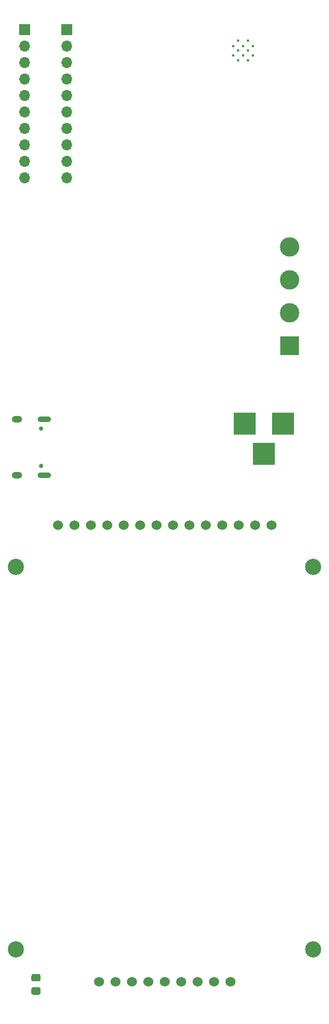
<source format=gbr>
%TF.GenerationSoftware,KiCad,Pcbnew,(5.1.12)-1*%
%TF.CreationDate,2022-05-09T22:55:39+02:00*%
%TF.ProjectId,BTCPOS,42544350-4f53-42e6-9b69-6361645f7063,rev?*%
%TF.SameCoordinates,Original*%
%TF.FileFunction,Soldermask,Top*%
%TF.FilePolarity,Negative*%
%FSLAX46Y46*%
G04 Gerber Fmt 4.6, Leading zero omitted, Abs format (unit mm)*
G04 Created by KiCad (PCBNEW (5.1.12)-1) date 2022-05-09 22:55:39*
%MOMM*%
%LPD*%
G01*
G04 APERTURE LIST*
%ADD10O,1.600000X1.000000*%
%ADD11O,2.100000X0.900000*%
%ADD12C,0.650000*%
%ADD13C,0.400000*%
%ADD14C,1.524000*%
%ADD15R,1.700000X1.700000*%
%ADD16O,1.700000X1.700000*%
%ADD17C,3.000000*%
%ADD18R,3.000000X3.000000*%
%ADD19R,3.500000X3.500000*%
%ADD20C,2.500000*%
G04 APERTURE END LIST*
D10*
%TO.C,J101*%
X60995000Y-100205000D03*
X60995000Y-91565000D03*
D11*
X65175000Y-100205000D03*
X65175000Y-91565000D03*
D12*
X64675000Y-98775000D03*
X64675000Y-92995000D03*
%TD*%
D13*
%TO.C,U103*%
X97442000Y-33977600D03*
X96680000Y-33164800D03*
X95156000Y-33164800D03*
X94444800Y-33977600D03*
X94444800Y-35450800D03*
X95206800Y-36162000D03*
X96680000Y-36162000D03*
X97442000Y-35450800D03*
X96680000Y-34688800D03*
X95156000Y-34638000D03*
X95918000Y-33977600D03*
X95968800Y-35450800D03*
%TD*%
D14*
%TO.C,U102*%
X67310000Y-107950000D03*
X69850000Y-107950000D03*
X72390000Y-107950000D03*
X74930000Y-107950000D03*
X77470000Y-107950000D03*
X80010000Y-107950000D03*
X82550000Y-107950000D03*
X85090000Y-107950000D03*
X87630000Y-107950000D03*
X90170000Y-107950000D03*
X92710000Y-107950000D03*
X95250000Y-107950000D03*
X97790000Y-107950000D03*
X100330000Y-107950000D03*
%TD*%
%TO.C,D102*%
G36*
G01*
X64350001Y-180345000D02*
X63449999Y-180345000D01*
G75*
G02*
X63200000Y-180095001I0J249999D01*
G01*
X63200000Y-179444999D01*
G75*
G02*
X63449999Y-179195000I249999J0D01*
G01*
X64350001Y-179195000D01*
G75*
G02*
X64600000Y-179444999I0J-249999D01*
G01*
X64600000Y-180095001D01*
G75*
G02*
X64350001Y-180345000I-249999J0D01*
G01*
G37*
G36*
G01*
X64350001Y-178295000D02*
X63449999Y-178295000D01*
G75*
G02*
X63200000Y-178045001I0J249999D01*
G01*
X63200000Y-177394999D01*
G75*
G02*
X63449999Y-177145000I249999J0D01*
G01*
X64350001Y-177145000D01*
G75*
G02*
X64600000Y-177394999I0J-249999D01*
G01*
X64600000Y-178045001D01*
G75*
G02*
X64350001Y-178295000I-249999J0D01*
G01*
G37*
%TD*%
D15*
%TO.C,J102*%
X62150000Y-31470000D03*
D16*
X62150000Y-34010000D03*
X62150000Y-36550000D03*
X62150000Y-39090000D03*
X62150000Y-41630000D03*
X62150000Y-44170000D03*
X62150000Y-46710000D03*
X62150000Y-49250000D03*
X62150000Y-51790000D03*
X62150000Y-54330000D03*
%TD*%
D17*
%TO.C,J103*%
X103150000Y-75140000D03*
X103150000Y-70060000D03*
D18*
X103150000Y-80220000D03*
D17*
X103150000Y-64980000D03*
%TD*%
D19*
%TO.C,J104*%
X99150000Y-96920000D03*
X102150000Y-92220000D03*
X96150000Y-92220000D03*
%TD*%
D16*
%TO.C,J105*%
X68650000Y-54330000D03*
X68650000Y-51790000D03*
X68650000Y-49250000D03*
X68650000Y-46710000D03*
X68650000Y-44170000D03*
X68650000Y-41630000D03*
X68650000Y-39090000D03*
X68650000Y-36550000D03*
X68650000Y-34010000D03*
D15*
X68650000Y-31470000D03*
%TD*%
D20*
%TO.C,KBD101*%
X60800000Y-114320000D03*
D14*
X93965000Y-178316800D03*
X73645000Y-178316800D03*
X91425000Y-178316800D03*
X88885000Y-178316800D03*
X86345000Y-178316800D03*
X83805000Y-178316800D03*
X81265000Y-178316800D03*
X78725000Y-178316800D03*
X76185000Y-178316800D03*
D20*
X106800000Y-114320000D03*
X106800000Y-173320000D03*
X60800000Y-173320000D03*
%TD*%
M02*

</source>
